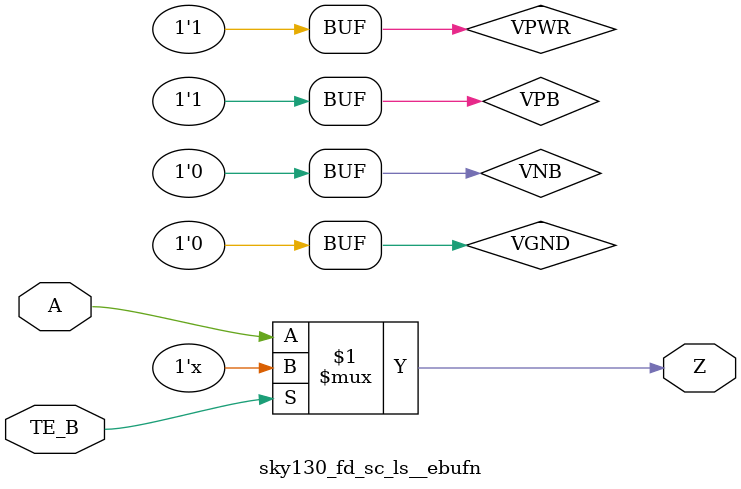
<source format=v>
/*
 * Copyright 2020 The SkyWater PDK Authors
 *
 * Licensed under the Apache License, Version 2.0 (the "License");
 * you may not use this file except in compliance with the License.
 * You may obtain a copy of the License at
 *
 *     https://www.apache.org/licenses/LICENSE-2.0
 *
 * Unless required by applicable law or agreed to in writing, software
 * distributed under the License is distributed on an "AS IS" BASIS,
 * WITHOUT WARRANTIES OR CONDITIONS OF ANY KIND, either express or implied.
 * See the License for the specific language governing permissions and
 * limitations under the License.
 *
 * SPDX-License-Identifier: Apache-2.0
*/


`ifndef SKY130_FD_SC_LS__EBUFN_BEHAVIORAL_V
`define SKY130_FD_SC_LS__EBUFN_BEHAVIORAL_V

/**
 * ebufn: Tri-state buffer, negative enable.
 *
 * Verilog simulation functional model.
 */

`timescale 1ns / 1ps
`default_nettype none

`celldefine
module sky130_fd_sc_ls__ebufn (
    Z   ,
    A   ,
    TE_B
);

    // Module ports
    output Z   ;
    input  A   ;
    input  TE_B;

    // Module supplies
    supply1 VPWR;
    supply0 VGND;
    supply1 VPB ;
    supply0 VNB ;

    //     Name     Output  Other arguments
    bufif0 bufif00 (Z     , A, TE_B        );

endmodule
`endcelldefine

`default_nettype wire
`endif  // SKY130_FD_SC_LS__EBUFN_BEHAVIORAL_V
</source>
